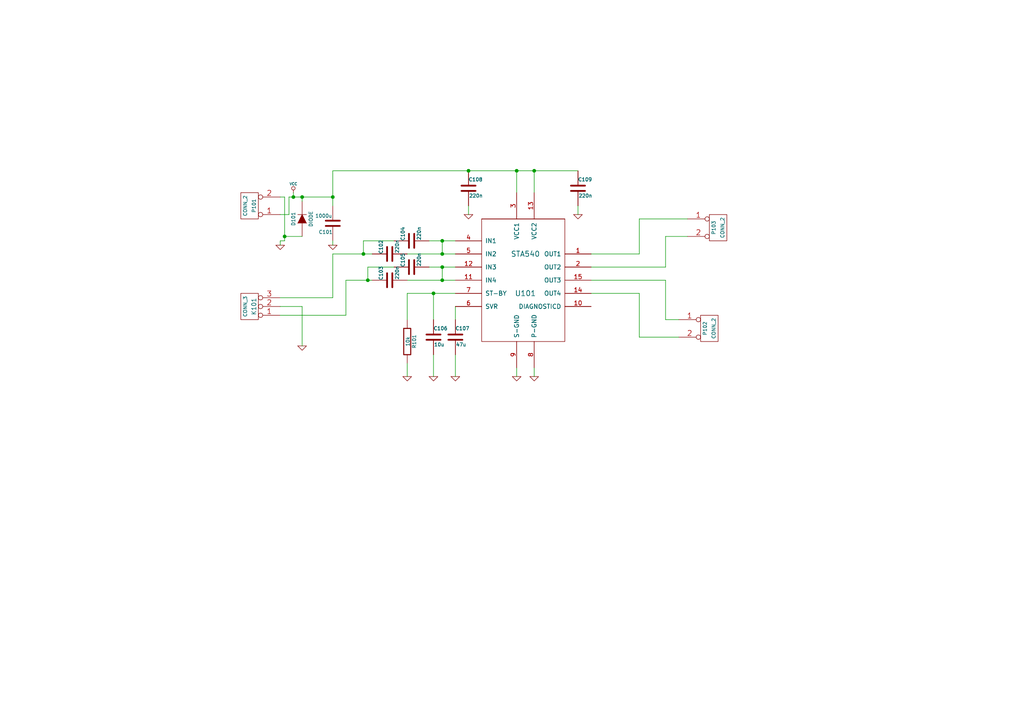
<source format=kicad_sch>
(kicad_sch (version 20230121) (generator eeschema)
  (paper "A4")
  (lib_symbols
    (symbol "sta540_amp-rescue:C" (pin_numbers hide) (pin_names (offset 0.254))
      (property "Reference" "C" (at 0 2.54 0))
      (property "Value" "C" (at 0.1524 -2.159 0))
      (symbol "C_0_1"
        (polyline (pts (xy -2.032 -0.762) (xy 2.032 -0.762)) (stroke (width 0.508)))
        (polyline (pts (xy -2.032 0.762) (xy 2.032 0.762)) (stroke (width 0.508)))
      )
      (symbol "C_1_1"
        (pin passive line (at 0 5.08 270) (length 4.318) (name "~") (number "1"))
        (pin passive line (at 0 -5.08 90) (length 4.318) (name "~") (number "2"))
      )
    )
    (symbol "sta540_amp-rescue:CONN_2" (pin_names (offset 1.016) hide)
      (property "Reference" "P" (at -1.27 0 90))
      (property "Value" "CONN_2" (at 1.27 0 90))
      (symbol "CONN_2_0_1"
        (rectangle (start -2.54 3.81) (end 2.54 -3.81))
      )
      (symbol "CONN_2_1_1"
        (pin passive inverted (at -8.89 2.54 0) (length 6.35) (name "P1") (number "1"))
        (pin passive inverted (at -8.89 -2.54 0) (length 6.35) (name "PM") (number "2"))
      )
    )
    (symbol "sta540_amp-rescue:CONN_3" (pin_names (offset 1.016) hide)
      (property "Reference" "K" (at -1.27 0 90))
      (property "Value" "CONN_3" (at 1.27 0 90))
      (symbol "CONN_3_0_1"
        (rectangle (start -2.54 3.81) (end 2.54 -3.81))
      )
      (symbol "CONN_3_1_1"
        (pin passive inverted (at -8.89 2.54 0) (length 6.35) (name "P1") (number "1"))
        (pin passive inverted (at -8.89 0 0) (length 6.35) (name "PM") (number "2"))
        (pin passive inverted (at -8.89 -2.54 0) (length 6.35) (name "P3") (number "3"))
      )
    )
    (symbol "sta540_amp-rescue:DIODE" (pin_numbers hide) (pin_names (offset 1.016) hide)
      (property "Reference" "D" (at 0 2.54 0))
      (property "Value" "DIODE" (at 0 -2.54 0))
      (symbol "DIODE_0_1"
        (polyline (pts (xy 1.27 1.27) (xy 1.27 -1.27)) (stroke (width 0.1524)))
        (polyline (pts (xy -1.27 1.27) (xy 1.27 0) (xy -1.27 -1.27)) (fill (type outline)))
      )
      (symbol "DIODE_1_1"
        (pin passive line (at -5.08 0 0) (length 3.81) (name "A") (number "1"))
        (pin passive line (at 5.08 0 180) (length 3.81) (name "K") (number "2"))
      )
    )
    (symbol "sta540_amp-rescue:GND" (power) (pin_names (offset 0))
      (symbol "GND_0_1"
        (polyline (pts (xy -1.27 0) (xy 0 -1.27) (xy 1.27 0) (xy -1.27 0)))
      )
      (symbol "GND_1_1"
        (pin power_in line (at 0 0 90) (length 0) hide (name "GND") (number "1"))
      )
    )
    (symbol "sta540_amp-rescue:R" (pin_numbers hide) (pin_names (offset 0))
      (property "Reference" "R" (at 2.032 0 90))
      (property "Value" "R" (at 0.1778 0.0254 90))
      (symbol "R_0_1"
        (rectangle (start -1.016 3.81) (end 1.016 -3.81) (stroke (width 0.3048)))
      )
      (symbol "R_1_1"
        (pin passive line (at 0 6.35 270) (length 2.54) (name "~") (number "1"))
        (pin passive line (at 0 -6.35 90) (length 2.54) (name "~") (number "2"))
      )
    )
    (symbol "sta540_amp-rescue:STA540" (pin_names (offset 1.016))
      (property "Reference" "U" (at 0 -3.81 0))
      (property "Value" "STA540" (at 0 7.62 0))
      (symbol "STA540_0_1"
        (rectangle (start -12.7 17.78) (end 11.43 17.78))
        (rectangle (start 11.43 17.78) (end -12.7 -17.78))
      )
      (symbol "STA540_1_1"
        (pin output line (at 19.05 7.62 180) (length 7.62) (name "OUT1") (number "1"))
        (pin output line (at 19.05 -7.62 180) (length 7.62) (name "DIAGNOSTICD") (number "10"))
        (pin input line (at -20.32 0 0) (length 7.62) (name "IN4") (number "11"))
        (pin input line (at -20.32 3.81 0) (length 7.62) (name "IN3") (number "12"))
        (pin input line (at 2.54 25.4 270) (length 7.62) (name "VCC2") (number "13"))
        (pin output line (at 19.05 -3.81 180) (length 7.62) (name "OUT4") (number "14"))
        (pin output line (at 19.05 0 180) (length 7.62) (name "OUT3") (number "15"))
        (pin output line (at 19.05 3.81 180) (length 7.62) (name "OUT2") (number "2"))
        (pin input line (at -2.54 25.4 270) (length 7.62) (name "VCC1") (number "3"))
        (pin input line (at -20.32 11.43 0) (length 7.62) (name "IN1") (number "4"))
        (pin input line (at -20.32 7.62 0) (length 7.62) (name "IN2") (number "5"))
        (pin input line (at -20.32 -7.62 0) (length 7.62) (name "SVR") (number "6"))
        (pin input line (at -20.32 -3.81 0) (length 7.62) (name "ST-BY") (number "7"))
        (pin input line (at 2.54 -25.4 90) (length 7.62) (name "P-GND") (number "8"))
        (pin input line (at -2.54 -25.4 90) (length 7.62) (name "S-GND") (number "9"))
      )
    )
    (symbol "sta540_amp-rescue:VCC" (power) (pin_names (offset 0))
      (property "Value" "VCC" (at 0 2.54 0))
      (symbol "VCC_0_0"
        (pin power_in line (at 0 0 90) (length 0) hide (name "VCC") (number "1"))
      )
      (symbol "VCC_0_1"
        (polyline (pts (xy 0 0) (xy 0 0.762) (xy 0 0.762)))
        (circle (center 0 1.27) (radius 0.508))
      )
    )
  )
  (junction (at 82.55 68.58))
  (junction (at 105.41 73.66))
  (junction (at 125.73 85.09))
  (junction (at 96.52 57.15))
  (junction (at 128.27 81.28))
  (junction (at 87.63 57.15))
  (junction (at 106.68 81.28))
  (junction (at 154.94 49.53))
  (junction (at 135.89 49.53))
  (junction (at 85.09 57.15))
  (junction (at 128.27 77.47))
  (junction (at 128.27 69.85))
  (junction (at 128.27 73.66))
  (junction (at 149.86 49.53))
  (wire (pts (xy 185.42 97.79) (xy 196.85 97.79)))
  (wire (pts (xy 125.73 109.22) (xy 125.73 102.87)))
  (wire (pts (xy 154.94 55.88) (xy 154.94 49.53)))
  (wire (pts (xy 128.27 77.47) (xy 128.27 81.28)))
  (wire (pts (xy 193.04 68.58) (xy 199.39 68.58)))
  (wire (pts (xy 193.04 77.47) (xy 193.04 68.58)))
  (wire (pts (xy 106.68 77.47) (xy 114.3 77.47)))
  (wire (pts (xy 118.11 85.09) (xy 125.73 85.09)))
  (wire (pts (xy 118.11 73.66) (xy 128.27 73.66)))
  (wire (pts (xy 83.82 62.23) (xy 83.82 57.15)))
  (wire (pts (xy 185.42 63.5) (xy 199.39 63.5)))
  (wire (pts (xy 87.63 88.9) (xy 87.63 100.33)))
  (wire (pts (xy 85.09 57.15) (xy 87.63 57.15)))
  (wire (pts (xy 167.64 62.23) (xy 167.64 59.69)))
  (wire (pts (xy 81.28 91.44) (xy 100.33 91.44)))
  (wire (pts (xy 118.11 109.22) (xy 118.11 105.41)))
  (wire (pts (xy 96.52 49.53) (xy 135.89 49.53)))
  (wire (pts (xy 81.28 57.15) (xy 82.55 57.15)))
  (wire (pts (xy 87.63 57.15) (xy 87.63 58.42)))
  (wire (pts (xy 96.52 57.15) (xy 96.52 59.69)))
  (wire (pts (xy 124.46 69.85) (xy 128.27 69.85)))
  (wire (pts (xy 128.27 81.28) (xy 132.08 81.28)))
  (wire (pts (xy 149.86 55.88) (xy 149.86 49.53)))
  (wire (pts (xy 132.08 88.9) (xy 132.08 92.71)))
  (wire (pts (xy 185.42 85.09) (xy 185.42 97.79)))
  (wire (pts (xy 106.68 81.28) (xy 107.95 81.28)))
  (wire (pts (xy 81.28 88.9) (xy 87.63 88.9)))
  (wire (pts (xy 171.45 77.47) (xy 193.04 77.47)))
  (wire (pts (xy 96.52 71.12) (xy 96.52 69.85)))
  (wire (pts (xy 106.68 81.28) (xy 106.68 77.47)))
  (wire (pts (xy 171.45 85.09) (xy 185.42 85.09)))
  (wire (pts (xy 193.04 81.28) (xy 193.04 92.71)))
  (wire (pts (xy 135.89 62.23) (xy 135.89 59.69)))
  (wire (pts (xy 100.33 91.44) (xy 100.33 81.28)))
  (wire (pts (xy 81.28 69.85) (xy 81.28 71.12)))
  (wire (pts (xy 128.27 77.47) (xy 132.08 77.47)))
  (wire (pts (xy 154.94 109.22) (xy 154.94 106.68)))
  (wire (pts (xy 82.55 57.15) (xy 82.55 68.58)))
  (wire (pts (xy 105.41 69.85) (xy 114.3 69.85)))
  (wire (pts (xy 96.52 73.66) (xy 105.41 73.66)))
  (wire (pts (xy 96.52 86.36) (xy 96.52 73.66)))
  (wire (pts (xy 118.11 85.09) (xy 118.11 92.71)))
  (wire (pts (xy 124.46 77.47) (xy 128.27 77.47)))
  (wire (pts (xy 118.11 81.28) (xy 128.27 81.28)))
  (wire (pts (xy 82.55 69.85) (xy 81.28 69.85)))
  (wire (pts (xy 171.45 73.66) (xy 185.42 73.66)))
  (wire (pts (xy 81.28 86.36) (xy 96.52 86.36)))
  (wire (pts (xy 171.45 81.28) (xy 193.04 81.28)))
  (wire (pts (xy 135.89 49.53) (xy 149.86 49.53)))
  (wire (pts (xy 132.08 109.22) (xy 132.08 102.87)))
  (wire (pts (xy 82.55 68.58) (xy 82.55 69.85)))
  (wire (pts (xy 87.63 68.58) (xy 82.55 68.58)))
  (wire (pts (xy 81.28 62.23) (xy 83.82 62.23)))
  (wire (pts (xy 85.09 57.15) (xy 85.09 55.88)))
  (wire (pts (xy 128.27 73.66) (xy 132.08 73.66)))
  (wire (pts (xy 96.52 49.53) (xy 96.52 57.15)))
  (wire (pts (xy 128.27 69.85) (xy 132.08 69.85)))
  (wire (pts (xy 128.27 69.85) (xy 128.27 73.66)))
  (wire (pts (xy 105.41 73.66) (xy 105.41 69.85)))
  (wire (pts (xy 154.94 49.53) (xy 167.64 49.53)))
  (wire (pts (xy 87.63 57.15) (xy 96.52 57.15)))
  (wire (pts (xy 100.33 81.28) (xy 106.68 81.28)))
  (wire (pts (xy 105.41 73.66) (xy 107.95 73.66)))
  (wire (pts (xy 193.04 92.71) (xy 196.85 92.71)))
  (wire (pts (xy 149.86 49.53) (xy 154.94 49.53)))
  (wire (pts (xy 125.73 85.09) (xy 132.08 85.09)))
  (wire (pts (xy 149.86 106.68) (xy 149.86 109.22)))
  (wire (pts (xy 83.82 57.15) (xy 85.09 57.15)))
  (wire (pts (xy 185.42 73.66) (xy 185.42 63.5)))
  (wire (pts (xy 125.73 85.09) (xy 125.73 92.71)))
  (symbol (lib_id "sta540_amp-rescue:CONN_3") (at 72.39 88.9 180) (unit 1)
    (property "Reference" "K101" (at 73.66 88.9 90))
    (property "Value" "CONN_3" (at 71.12 88.9 90) (effects (font (size 1.016 1.016))))
  )
  (symbol (lib_id "sta540_amp-rescue:CONN_2") (at 208.28 66.04 0) (unit 1)
    (property "Reference" "P103" (at 207.01 66.04 90) (effects (font (size 1.016 1.016))))
    (property "Value" "CONN_2" (at 209.55 66.04 90) (effects (font (size 1.016 1.016))))
  )
  (symbol (lib_id "sta540_amp-rescue:CONN_2") (at 205.74 95.25 0) (unit 1)
    (property "Reference" "P102" (at 204.47 95.25 90) (effects (font (size 1.016 1.016))))
    (property "Value" "CONN_2" (at 207.01 95.25 90) (effects (font (size 1.016 1.016))))
  )
  (symbol (lib_id "sta540_amp-rescue:CONN_2") (at 72.39 59.69 180) (unit 1)
    (property "Reference" "P101" (at 73.66 59.69 90) (effects (font (size 1.016 1.016))))
    (property "Value" "CONN_2" (at 71.12 59.69 90) (effects (font (size 1.016 1.016))))
  )
  (symbol (lib_id "sta540_amp-rescue:STA540") (at 152.4 81.28 0) (unit 1)
    (property "Reference" "U101" (at 152.4 85.09 0) (effects (font (size 1.524 1.524))))
    (property "Value" "STA540" (at 152.4 73.66 0) (effects (font (size 1.524 1.524))))
  )
  (symbol (lib_id "sta540_amp-rescue:C") (at 119.38 69.85 90) (unit 1)
    (property "Reference" "C104" (at 116.84 69.85 0) (effects (font (size 1.016 1.016)) (justify left)))
    (property "Value" "220n" (at 121.539 69.6976 0) (effects (font (size 1.016 1.016)) (justify left)))
  )
  (symbol (lib_id "sta540_amp-rescue:C") (at 113.03 73.66 90) (unit 1)
    (property "Reference" "C102" (at 110.49 73.66 0) (effects (font (size 1.016 1.016)) (justify left)))
    (property "Value" "220n" (at 115.189 73.5076 0) (effects (font (size 1.016 1.016)) (justify left)))
  )
  (symbol (lib_id "sta540_amp-rescue:C") (at 119.38 77.47 90) (unit 1)
    (property "Reference" "C105" (at 116.84 77.47 0) (effects (font (size 1.016 1.016)) (justify left)))
    (property "Value" "220n" (at 121.539 77.3176 0) (effects (font (size 1.016 1.016)) (justify left)))
  )
  (symbol (lib_id "sta540_amp-rescue:C") (at 113.03 81.28 90) (unit 1)
    (property "Reference" "C103" (at 110.49 81.28 0) (effects (font (size 1.016 1.016)) (justify left)))
    (property "Value" "220n" (at 115.189 81.1276 0) (effects (font (size 1.016 1.016)) (justify left)))
  )
  (symbol (lib_id "sta540_amp-rescue:C") (at 96.52 64.77 180) (unit 1)
    (property "Reference" "C101" (at 96.52 67.31 0) (effects (font (size 1.016 1.016)) (justify left)))
    (property "Value" "1000u" (at 96.3676 62.611 0) (effects (font (size 1.016 1.016)) (justify left)))
  )
  (symbol (lib_id "sta540_amp-rescue:C") (at 135.89 54.61 0) (unit 1)
    (property "Reference" "C108" (at 135.89 52.07 0) (effects (font (size 1.016 1.016)) (justify left)))
    (property "Value" "220n" (at 136.0424 56.769 0) (effects (font (size 1.016 1.016)) (justify left)))
  )
  (symbol (lib_id "sta540_amp-rescue:C") (at 167.64 54.61 0) (unit 1)
    (property "Reference" "C109" (at 167.64 52.07 0) (effects (font (size 1.016 1.016)) (justify left)))
    (property "Value" "220n" (at 167.7924 56.769 0) (effects (font (size 1.016 1.016)) (justify left)))
  )
  (symbol (lib_id "sta540_amp-rescue:GND") (at 87.63 100.33 0) (unit 1)
    (property "Reference" "#PWR103" (effects hide))
    (property "Value" "GND" (effects hide))
  )
  (symbol (lib_id "sta540_amp-rescue:GND") (at 81.28 71.12 0) (unit 1)
    (property "Reference" "#PWR101" (effects hide))
    (property "Value" "GND" (effects hide))
  )
  (symbol (lib_id "sta540_amp-rescue:GND") (at 96.52 71.12 0) (unit 1)
    (property "Reference" "#PWR104" (effects hide))
    (property "Value" "GND" (effects hide))
  )
  (symbol (lib_id "sta540_amp-rescue:GND") (at 135.89 62.23 0) (unit 1)
    (property "Reference" "#PWR108" (effects hide))
    (property "Value" "GND" (effects hide))
  )
  (symbol (lib_id "sta540_amp-rescue:GND") (at 167.64 62.23 0) (unit 1)
    (property "Reference" "#PWR111" (effects hide))
    (property "Value" "GND" (effects hide))
  )
  (symbol (lib_id "sta540_amp-rescue:C") (at 132.08 97.79 0) (unit 1)
    (property "Reference" "C107" (at 132.08 95.25 0) (effects (font (size 1.016 1.016)) (justify left)))
    (property "Value" "47u" (at 132.2324 99.949 0) (effects (font (size 1.016 1.016)) (justify left)))
  )
  (symbol (lib_id "sta540_amp-rescue:C") (at 125.73 97.79 0) (unit 1)
    (property "Reference" "C106" (at 125.73 95.25 0) (effects (font (size 1.016 1.016)) (justify left)))
    (property "Value" "10u" (at 125.8824 99.949 0) (effects (font (size 1.016 1.016)) (justify left)))
  )
  (symbol (lib_id "sta540_amp-rescue:R") (at 118.11 99.06 0) (unit 1)
    (property "Reference" "R101" (at 120.142 99.06 90) (effects (font (size 1.016 1.016))))
    (property "Value" "10k" (at 118.2878 99.0346 90) (effects (font (size 1.016 1.016))))
  )
  (symbol (lib_id "sta540_amp-rescue:GND") (at 118.11 109.22 0) (unit 1)
    (property "Reference" "#PWR105" (effects hide))
    (property "Value" "GND" (effects hide))
  )
  (symbol (lib_id "sta540_amp-rescue:GND") (at 125.73 109.22 0) (unit 1)
    (property "Reference" "#PWR106" (effects hide))
    (property "Value" "GND" (effects hide))
  )
  (symbol (lib_id "sta540_amp-rescue:GND") (at 132.08 109.22 0) (unit 1)
    (property "Reference" "#PWR107" (effects hide))
    (property "Value" "GND" (effects hide))
  )
  (symbol (lib_id "sta540_amp-rescue:GND") (at 149.86 109.22 0) (unit 1)
    (property "Reference" "#PWR109" (effects hide))
    (property "Value" "GND" (effects hide))
  )
  (symbol (lib_id "sta540_amp-rescue:GND") (at 154.94 109.22 0) (unit 1)
    (property "Reference" "#PWR110" (effects hide))
    (property "Value" "GND" (effects hide))
  )
  (symbol (lib_id "sta540_amp-rescue:VCC") (at 85.09 55.88 0) (unit 1)
    (property "Reference" "#PWR102" (effects hide))
    (property "Value" "VCC" (at 85.09 53.34 0) (effects (font (size 0.762 0.762))))
  )
  (symbol (lib_id "sta540_amp-rescue:DIODE") (at 87.63 63.5 90) (unit 1)
    (property "Reference" "D101" (at 85.09 63.5 0) (effects (font (size 1.016 1.016))))
    (property "Value" "DIODE" (at 90.17 63.5 0) (effects (font (size 1.016 1.016))))
  )
)
</source>
